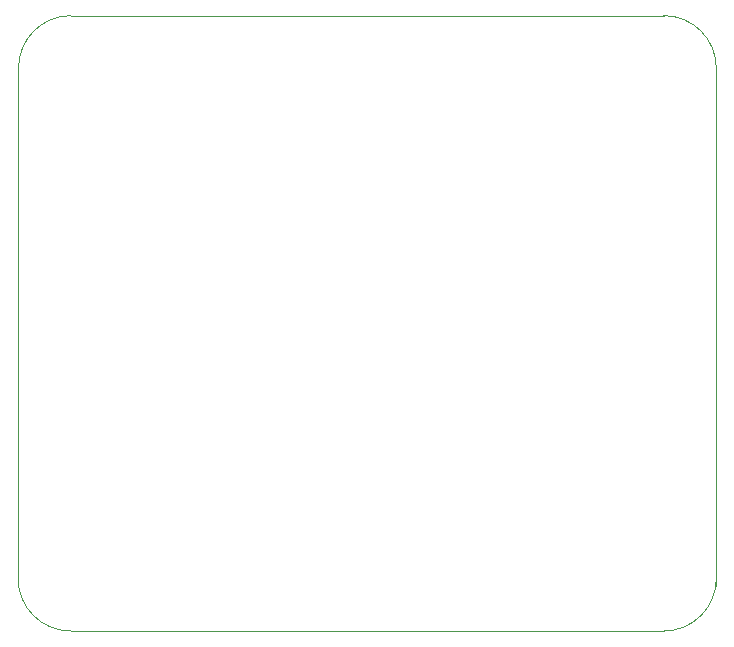
<source format=gm1>
%TF.GenerationSoftware,KiCad,Pcbnew,7.0.1*%
%TF.CreationDate,2023-05-23T17:46:20+02:00*%
%TF.ProjectId,ublox-lea-6h-breakout,75626c6f-782d-46c6-9561-2d36682d6272,rev?*%
%TF.SameCoordinates,Original*%
%TF.FileFunction,Profile,NP*%
%FSLAX46Y46*%
G04 Gerber Fmt 4.6, Leading zero omitted, Abs format (unit mm)*
G04 Created by KiCad (PCBNEW 7.0.1) date 2023-05-23 17:46:20*
%MOMM*%
%LPD*%
G01*
G04 APERTURE LIST*
%TA.AperFunction,Profile*%
%ADD10C,0.100000*%
%TD*%
G04 APERTURE END LIST*
D10*
X86995000Y-84455000D02*
X137191910Y-84455000D01*
X137191910Y-136556910D02*
X86995000Y-136525000D01*
X141636910Y-88900000D02*
X141636910Y-132715000D01*
X82518090Y-132111910D02*
X82550000Y-88900000D01*
X82518090Y-132111910D02*
G75*
G03*
X86963090Y-136556910I4445010J10D01*
G01*
X137191910Y-136556910D02*
G75*
G03*
X141636910Y-132111910I-10J4445010D01*
G01*
X141636900Y-88900000D02*
G75*
G03*
X137191910Y-84455000I-4445000J0D01*
G01*
X86995000Y-84455000D02*
G75*
G03*
X82550000Y-88900000I0J-4445000D01*
G01*
M02*

</source>
